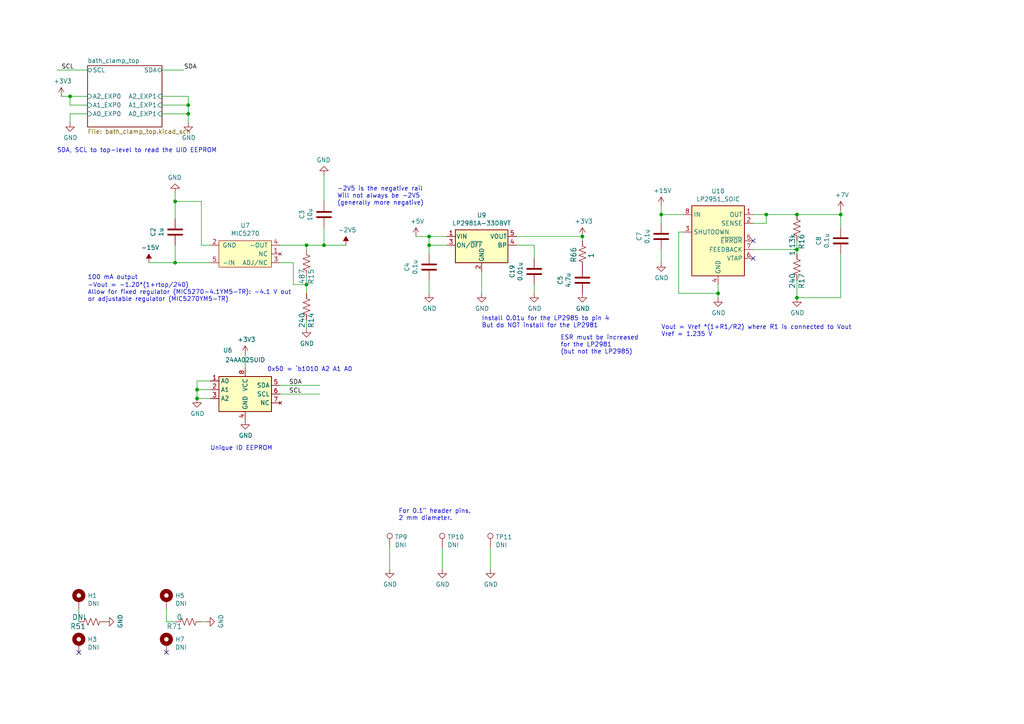
<source format=kicad_sch>
(kicad_sch (version 20211123) (generator eeschema)
  (paper "A4")
  (title_block (title "Bath/Guard Clamp") (date "2021-04-06") (rev "1") (company "UST Electrical Instrumentation"))
  (lib_symbols
    (symbol "Connector:TestPoint" (pin_numbers hide) (pin_names (offset 0.762) hide)
      (property "Reference" "TP" (at 0 6.858 0))
      (property "Value" "TestPoint" (at 0 5.08 0))
      (symbol "TestPoint_0_1"
        (circle (center 0 3.302) (radius 0.762))
      )
      (symbol "TestPoint_1_1"
        (pin passive line (at 0 0 90) (length 2.54) (name "1") (number "1"))
      )
    )
    (symbol "Device:C" (pin_numbers hide) (pin_names (offset 0.254))
      (property "Reference" "C" (at 0.635 2.54 0))
      (property "Value" "C" (at 0.635 -2.54 0))
      (symbol "C_0_1"
        (polyline (pts (xy -2.032 -0.762) (xy 2.032 -0.762)) (stroke (width 0.508)))
        (polyline (pts (xy -2.032 0.762) (xy 2.032 0.762)) (stroke (width 0.508)))
      )
      (symbol "C_1_1"
        (pin passive line (at 0 3.81 270) (length 2.794) (name "~") (number "1"))
        (pin passive line (at 0 -3.81 90) (length 2.794) (name "~") (number "2"))
      )
    )
    (symbol "Device:R_US" (pin_numbers hide) (pin_names (offset 0))
      (property "Reference" "R" (at 2.54 0 90))
      (property "Value" "R_US" (at -2.54 0 90))
      (symbol "R_US_0_1"
        (polyline (pts (xy 0 -2.286) (xy 0 -2.54)))
        (polyline (pts (xy 0 2.286) (xy 0 2.54)))
        (polyline (pts (xy 0 -0.762) (xy 1.016 -1.143) (xy 0 -1.524) (xy -1.016 -1.905) (xy 0 -2.286)))
        (polyline (pts (xy 0 0.762) (xy 1.016 0.381) (xy 0 0) (xy -1.016 -0.381) (xy 0 -0.762)))
        (polyline (pts (xy 0 2.286) (xy 1.016 1.905) (xy 0 1.524) (xy -1.016 1.143) (xy 0 0.762)))
      )
      (symbol "R_US_1_1"
        (pin passive line (at 0 3.81 270) (length 1.27) (name "~") (number "1"))
        (pin passive line (at 0 -3.81 90) (length 1.27) (name "~") (number "2"))
      )
    )
    (symbol "Mechanical:MountingHole_Pad" (pin_numbers hide) (pin_names (offset 1.016) hide)
      (property "Reference" "H" (at 0 6.35 0))
      (property "Value" "MountingHole_Pad" (at 0 4.445 0))
      (symbol "MountingHole_Pad_0_1"
        (circle (center 0 1.27) (radius 1.27) (stroke (width 1.27)))
      )
      (symbol "MountingHole_Pad_1_1"
        (pin input line (at 0 -2.54 90) (length 2.54) (name "1") (number "1"))
      )
    )
    (symbol "Regulator_Linear:LP2951-3.3_SOIC"
      (property "Reference" "U" (at -6.35 11.43 0))
      (property "Value" "LP2951-3.3_SOIC" (at 10.16 11.43 0))
      (symbol "LP2951-3.3_SOIC_0_1"
        (rectangle (start -7.62 10.16) (end 7.62 -10.16) (stroke (width 0.254)) (fill (type background)))
      )
      (symbol "LP2951-3.3_SOIC_1_1"
        (pin power_out line (at 10.16 7.62 180) (length 2.54) (name "OUT") (number "1"))
        (pin passive line (at 10.16 5.08 180) (length 2.54) (name "SENSE") (number "2"))
        (pin input line (at -10.16 2.54 0) (length 2.54) (name "SHUTDOWN") (number "3"))
        (pin power_in line (at 0 -12.7 90) (length 2.54) (name "GND") (number "4"))
        (pin open_collector line (at 10.16 0 180) (length 2.54) (name "~{ERROR}") (number "5"))
        (pin input line (at 10.16 -5.08 180) (length 2.54) (name "VTAP") (number "6"))
        (pin input line (at 10.16 -2.54 180) (length 2.54) (name "FEEDBACK") (number "7"))
        (pin power_in line (at -10.16 7.62 0) (length 2.54) (name "IN") (number "8"))
      )
    )
    (symbol "Regulator_Linear:LP2985-3.3" (pin_names (offset 0.254))
      (property "Reference" "U" (at -6.35 5.715 0))
      (property "Value" "LP2985-3.3" (at 0 5.715 0))
      (symbol "LP2985-3.3_0_1"
        (rectangle (start -7.62 -5.08) (end 7.62 4.445) (stroke (width 0.254)) (fill (type background)))
      )
      (symbol "LP2985-3.3_1_1"
        (pin power_in line (at -10.16 2.54 0) (length 2.54) (name "VIN") (number "1"))
        (pin power_in line (at 0 -7.62 90) (length 2.54) (name "GND") (number "2"))
        (pin input line (at -10.16 0 0) (length 2.54) (name "ON/~{OFF}") (number "3"))
        (pin input line (at 10.16 0 180) (length 2.54) (name "BP") (number "4"))
        (pin power_out line (at 10.16 2.54 180) (length 2.54) (name "VOUT") (number "5"))
      )
    )
    (symbol "agg-kicad:MIC5270" (pin_names (offset 1.016))
      (property "Reference" "IC" (at -7.62 5.08 0))
      (property "Value" "MIC5270" (at -7.62 -5.08 0))
      (symbol "MIC5270_0_0"
        (pin no_connect line (at 10.16 0 180) (length 2.54) (name "NC") (number "1"))
        (pin power_in line (at -10.16 2.54 0) (length 2.54) (name "GND") (number "2"))
        (pin bidirectional line (at 10.16 -2.54 180) (length 2.54) (name "ADJ/NC") (number "3"))
        (pin power_out line (at 10.16 2.54 180) (length 2.54) (name "-OUT") (number "4"))
        (pin power_in line (at -10.16 -2.54 0) (length 2.54) (name "-IN") (number "5"))
      )
      (symbol "MIC5270_0_1"
        (rectangle (start -7.62 3.81) (end 7.62 -3.81) (fill (type background)))
      )
    )
    (symbol "covg-kicad:+7V" (power) (pin_names (offset 0))
      (property "Value" "+7V" (at 0 3.556 0))
      (symbol "+7V_0_1"
        (polyline (pts (xy -0.762 1.27) (xy 0 2.54)))
        (polyline (pts (xy 0 0) (xy 0 2.54)))
        (polyline (pts (xy 0 2.54) (xy 0.762 1.27)))
      )
      (symbol "+7V_1_1"
        (pin power_in line (at 0 0 90) (length 0) hide (name "+7V") (number "1"))
      )
    )
    (symbol "covg-kicad:24AA025UID"
      (property "Reference" "U" (at -7.62 6.35 0))
      (property "Value" "24AA025UID" (at 2.54 -6.35 0))
      (symbol "24AA025UID_1_1"
        (rectangle (start -7.62 5.08) (end 7.62 -5.08) (stroke (width 0.254)) (fill (type background)))
        (pin input line (at -10.16 3.81 0) (length 2.54) (name "A0") (number "1"))
        (pin input line (at -10.16 1.27 0) (length 2.54) (name "A1") (number "2"))
        (pin input line (at -10.16 -1.27 0) (length 2.54) (name "A2") (number "3"))
        (pin power_in line (at 0 -7.62 90) (length 2.54) (name "GND") (number "4"))
        (pin bidirectional line (at 10.16 2.54 180) (length 2.54) (name "SDA") (number "5"))
        (pin input line (at 10.16 0 180) (length 2.54) (name "SCL") (number "6"))
        (pin no_connect line (at 10.16 -2.54 180) (length 2.54) (name "NC") (number "7"))
        (pin power_in line (at 0 7.62 270) (length 2.54) (name "VCC") (number "8"))
      )
    )
    (symbol "power:+15V" (power) (pin_names (offset 0))
      (property "Value" "+15V" (at 0 3.556 0))
      (symbol "+15V_0_1"
        (polyline (pts (xy -0.762 1.27) (xy 0 2.54)))
        (polyline (pts (xy 0 0) (xy 0 2.54)))
        (polyline (pts (xy 0 2.54) (xy 0.762 1.27)))
      )
      (symbol "+15V_1_1"
        (pin power_in line (at 0 0 90) (length 0) hide (name "+15V") (number "1"))
      )
    )
    (symbol "power:+3.3V" (power) (pin_names (offset 0))
      (property "Value" "+3.3V" (at 0 3.556 0))
      (symbol "+3.3V_0_1"
        (polyline (pts (xy -0.762 1.27) (xy 0 2.54)))
        (polyline (pts (xy 0 0) (xy 0 2.54)))
        (polyline (pts (xy 0 2.54) (xy 0.762 1.27)))
      )
      (symbol "+3.3V_1_1"
        (pin power_in line (at 0 0 90) (length 0) hide (name "+3V3") (number "1"))
      )
    )
    (symbol "power:+5V" (power) (pin_names (offset 0))
      (property "Value" "+5V" (at 0 3.556 0))
      (symbol "+5V_0_1"
        (polyline (pts (xy -0.762 1.27) (xy 0 2.54)))
        (polyline (pts (xy 0 0) (xy 0 2.54)))
        (polyline (pts (xy 0 2.54) (xy 0.762 1.27)))
      )
      (symbol "+5V_1_1"
        (pin power_in line (at 0 0 90) (length 0) hide (name "+5V") (number "1"))
      )
    )
    (symbol "power:-15V" (power) (pin_names (offset 0))
      (property "Value" "-15V" (at 0 3.81 0))
      (symbol "-15V_0_0"
        (pin power_in line (at 0 0 90) (length 0) hide (name "-15V") (number "1"))
      )
      (symbol "-15V_0_1"
        (polyline (pts (xy 0 0) (xy 0 1.27) (xy 0.762 1.27) (xy 0 2.54) (xy -0.762 1.27) (xy 0 1.27)) (fill (type outline)))
      )
    )
    (symbol "power:-2V5" (power) (pin_names (offset 0))
      (property "Value" "-2V5" (at 0 3.81 0))
      (symbol "-2V5_0_0"
        (pin power_in line (at 0 0 90) (length 0) hide (name "-2V5") (number "1"))
      )
      (symbol "-2V5_0_1"
        (polyline (pts (xy 0 0) (xy 0 1.27) (xy 0.762 1.27) (xy 0 2.54) (xy -0.762 1.27) (xy 0 1.27)) (fill (type outline)))
      )
    )
    (symbol "power:GND" (power) (pin_names (offset 0))
      (property "Value" "GND" (at 0 -3.81 0))
      (symbol "GND_0_1"
        (polyline (pts (xy 0 0) (xy 0 -1.27) (xy 1.27 -1.27) (xy 0 -2.54) (xy -1.27 -1.27) (xy 0 -1.27)))
      )
      (symbol "GND_1_1"
        (pin power_in line (at 0 0 270) (length 0) hide (name "GND") (number "1"))
      )
    )
  )
  (junction (at 231.14 62.23))
  (junction (at 168.91 68.58))
  (junction (at 191.77 62.23))
  (junction (at 20.32 27.94))
  (junction (at 88.9 82.55))
  (junction (at 57.15 115.57))
  (junction (at 54.61 33.02))
  (junction (at 124.46 68.58))
  (junction (at 50.8 76.2))
  (junction (at 93.98 71.12))
  (junction (at 88.9 71.12))
  (junction (at 231.14 86.36))
  (junction (at 54.61 30.48))
  (junction (at 124.46 71.12))
  (junction (at 208.28 85.09))
  (junction (at 243.84 62.23))
  (junction (at 57.15 113.03))
  (junction (at 222.25 62.23))
  (junction (at 231.14 72.39))
  (junction (at 50.8 58.42))
  (no_connect (at 218.44 69.85))
  (no_connect (at 48.26 189.23))
  (no_connect (at 218.44 74.93))
  (no_connect (at 22.86 189.23))
  (wire (pts (xy 54.61 33.02) (xy 54.61 35.56)))
  (wire (pts (xy 139.7 85.09) (xy 139.7 78.74)))
  (wire (pts (xy 81.28 114.3) (xy 92.71 114.3)))
  (wire (pts (xy 222.25 62.23) (xy 231.14 62.23)))
  (wire (pts (xy 54.61 27.94) (xy 54.61 30.48)))
  (wire (pts (xy 48.26 180.34) (xy 48.26 176.53)))
  (wire (pts (xy 50.8 55.88) (xy 50.8 58.42)))
  (wire (pts (xy 54.61 30.48) (xy 54.61 33.02)))
  (wire (pts (xy 218.44 62.23) (xy 222.25 62.23)))
  (wire (pts (xy 20.32 30.48) (xy 25.4 30.48)))
  (wire (pts (xy 154.94 71.12) (xy 154.94 74.93)))
  (wire (pts (xy 57.15 115.57) (xy 60.96 115.57)))
  (wire (pts (xy 93.98 66.04) (xy 93.98 71.12)))
  (wire (pts (xy 129.54 71.12) (xy 124.46 71.12)))
  (wire (pts (xy 124.46 73.66) (xy 124.46 71.12)))
  (wire (pts (xy 60.96 110.49) (xy 57.15 110.49)))
  (wire (pts (xy 243.84 62.23) (xy 243.84 60.96)))
  (wire (pts (xy 46.99 33.02) (xy 54.61 33.02)))
  (wire (pts (xy 22.86 176.53) (xy 22.86 180.34)))
  (wire (pts (xy 93.98 71.12) (xy 88.9 71.12)))
  (wire (pts (xy 142.24 158.75) (xy 142.24 165.1)))
  (wire (pts (xy 60.96 113.03) (xy 57.15 113.03)))
  (wire (pts (xy 81.28 111.76) (xy 92.71 111.76)))
  (wire (pts (xy 218.44 72.39) (xy 231.14 72.39)))
  (wire (pts (xy 191.77 76.2) (xy 191.77 72.39)))
  (wire (pts (xy 231.14 86.36) (xy 231.14 81.28)))
  (wire (pts (xy 50.8 180.34) (xy 48.26 180.34)))
  (wire (pts (xy 218.44 64.77) (xy 222.25 64.77)))
  (wire (pts (xy 191.77 64.77) (xy 191.77 62.23)))
  (wire (pts (xy 71.12 102.87) (xy 71.12 106.68)))
  (wire (pts (xy 124.46 68.58) (xy 120.65 68.58)))
  (wire (pts (xy 58.42 58.42) (xy 58.42 71.12)))
  (wire (pts (xy 208.28 85.09) (xy 208.28 82.55)))
  (wire (pts (xy 57.15 110.49) (xy 57.15 113.03)))
  (wire (pts (xy 243.84 66.04) (xy 243.84 62.23)))
  (wire (pts (xy 46.99 27.94) (xy 54.61 27.94)))
  (wire (pts (xy 196.85 67.31) (xy 198.12 67.31)))
  (wire (pts (xy 93.98 71.12) (xy 100.33 71.12)))
  (wire (pts (xy 17.78 27.94) (xy 20.32 27.94)))
  (wire (pts (xy 50.8 76.2) (xy 60.96 76.2)))
  (wire (pts (xy 243.84 86.36) (xy 231.14 86.36)))
  (wire (pts (xy 88.9 82.55) (xy 88.9 80.01)))
  (wire (pts (xy 124.46 81.28) (xy 124.46 85.09)))
  (wire (pts (xy 208.28 86.36) (xy 208.28 85.09)))
  (wire (pts (xy 85.09 76.2) (xy 85.09 82.55)))
  (wire (pts (xy 50.8 76.2) (xy 43.18 76.2)))
  (wire (pts (xy 196.85 85.09) (xy 196.85 67.31)))
  (wire (pts (xy 231.14 62.23) (xy 243.84 62.23)))
  (wire (pts (xy 243.84 73.66) (xy 243.84 86.36)))
  (wire (pts (xy 191.77 62.23) (xy 191.77 59.69)))
  (wire (pts (xy 59.69 180.34) (xy 58.42 180.34)))
  (wire (pts (xy 25.4 27.94) (xy 20.32 27.94)))
  (wire (pts (xy 20.32 27.94) (xy 20.32 30.48)))
  (wire (pts (xy 231.14 72.39) (xy 231.14 73.66)))
  (wire (pts (xy 88.9 85.09) (xy 88.9 82.55)))
  (wire (pts (xy 113.03 158.75) (xy 113.03 165.1)))
  (wire (pts (xy 128.27 158.75) (xy 128.27 165.1)))
  (wire (pts (xy 25.4 33.02) (xy 20.32 33.02)))
  (wire (pts (xy 208.28 85.09) (xy 196.85 85.09)))
  (wire (pts (xy 81.28 76.2) (xy 85.09 76.2)))
  (wire (pts (xy 93.98 50.8) (xy 93.98 58.42)))
  (wire (pts (xy 168.91 68.58) (xy 168.91 69.85)))
  (wire (pts (xy 88.9 95.25) (xy 88.9 92.71)))
  (wire (pts (xy 46.99 20.32) (xy 53.34 20.32)))
  (wire (pts (xy 88.9 72.39) (xy 88.9 71.12)))
  (wire (pts (xy 231.14 69.85) (xy 231.14 72.39)))
  (wire (pts (xy 124.46 71.12) (xy 124.46 68.58)))
  (wire (pts (xy 154.94 82.55) (xy 154.94 85.09)))
  (wire (pts (xy 50.8 76.2) (xy 50.8 71.12)))
  (wire (pts (xy 25.4 20.32) (xy 16.51 20.32)))
  (wire (pts (xy 129.54 68.58) (xy 124.46 68.58)))
  (wire (pts (xy 50.8 58.42) (xy 58.42 58.42)))
  (wire (pts (xy 81.28 71.12) (xy 88.9 71.12)))
  (wire (pts (xy 20.32 33.02) (xy 20.32 35.56)))
  (wire (pts (xy 149.86 68.58) (xy 168.91 68.58)))
  (wire (pts (xy 57.15 113.03) (xy 57.15 115.57)))
  (wire (pts (xy 198.12 62.23) (xy 191.77 62.23)))
  (wire (pts (xy 50.8 58.42) (xy 50.8 63.5)))
  (wire (pts (xy 149.86 71.12) (xy 154.94 71.12)))
  (wire (pts (xy 58.42 71.12) (xy 60.96 71.12)))
  (wire (pts (xy 222.25 64.77) (xy 222.25 62.23)))
  (wire (pts (xy 85.09 82.55) (xy 88.9 82.55)))
  (wire (pts (xy 46.99 30.48) (xy 54.61 30.48)))
  (text "For 0.1” header pins. \n2 mm diameter." (at 115.57 151.13 0) (effects (font (size 1.27 1.27)) (justify left bottom)))
  (text "Install 0.01u for the LP2985 to pin 4\nBut do NOT install for the LP2981" (at 139.7 95.25 0) (effects (font (size 1.27 1.27)) (justify left bottom)))
  (text "Unique ID EEPROM" (at 60.96 130.81 0) (effects (font (size 1.27 1.27)) (justify left bottom)))
  (text "SDA, SCL to top-level to read the UID EEPROM" (at 16.51 44.45 0) (effects (font (size 1.27 1.27)) (justify left bottom)))
  (text "100 mA output" (at 25.4 81.28 0) (effects (font (size 1.27 1.27)) (justify left bottom)))
  (text "0x50 = ‘b1010 A2 A1 A0" (at 77.47 107.95 0) (effects (font (size 1.27 1.27)) (justify left bottom)))
  (text "-2V5 is the negative rail\nWill not always be -2V5\n(generally more negative)" (at 97.79 59.69 0) (effects (font (size 1.27 1.27)) (justify left bottom)))
  (text "Vout = Vref *(1+R1/R2)  where R1 is connected to Vout\nVref = 1.235 V" (at 191.77 97.79 0) (effects (font (size 1.27 1.27)) (justify left bottom)))
  (text "ESR must be increased \nfor the LP2981\n(but not the LP2985)" (at 162.56 102.87 0) (effects (font (size 1.27 1.27)) (justify left bottom)))
  (text "-Vout = -1.20*(1+rtop/240)\nAllow for fixed regulator (MIC5270-4.1YM5-TR): -4.1 V out \nor adjustable regulator (MIC5270YM5-TR)" (at 25.4 87.63 0) (effects (font (size 1.27 1.27)) (justify left bottom)))
  (label "SDA" (at 83.82 111.76 0))
  (label "SCL" (at 83.82 114.3 0))
  (label "SCL" (at 17.78 20.32 0))
  (label "SDA" (at 53.34 20.32 0))
  (symbol (lib_id "power:GND") (at 54.61 35.56 0) (unit 1)
    (property "Reference" "#PWR0130" (effects hide))
    (property "Value" "GND" (at 54.737 39.9542 0))
  )
  (symbol (lib_id "power:GND") (at 20.32 35.56 0) (unit 1)
    (property "Reference" "#PWR0182" (effects hide))
    (property "Value" "GND" (at 20.447 39.9542 0))
  )
  (symbol (lib_id "power:+3.3V") (at 17.78 27.94 0) (unit 1)
    (property "Reference" "#PWR0183" (effects hide))
    (property "Value" "+3.3V" (at 18.161 23.5458 0))
  )
  (symbol (lib_id "power:-15V") (at 43.18 76.2 0) (unit 1)
    (property "Reference" "#PWR02" (effects hide))
    (property "Value" "-15V" (at 43.561 71.8058 0))
  )
  (symbol (lib_id "Regulator_Linear:LP2985-3.3") (at 139.7 71.12 0) (unit 1)
    (property "Reference" "U9" (at 139.7 62.4332 0))
    (property "Value" "LP2981A-33DBVT" (at 139.7 64.7446 0))
    (property "Footprint" "Package_TO_SOT_SMD:SOT-23-5" (effects hide))
    (property "Manf#" "LP2981A-33DBVT" (effects hide))
    (property "Alternate Manf#" "LP2985-33DBVR" (effects hide))
    (property "Alternate2 Manf#" "LP2985-33DBVRG4" (effects hide))
    (property "Alternate3 Manf#" "TPS7A2433DBVR" (effects hide))
  )
  (symbol (lib_id "Device:R_US") (at 88.9 76.2 180) (unit 1)
    (property "Reference" "R15" (at 90.2462 77.9272 90) (effects (font (size 1.4986 1.4986)) (justify left)))
    (property "Value" "487" (at 87.5792 77.9272 90) (effects (font (size 1.4986 1.4986)) (justify left)))
    (property "Footprint" "Resistor_SMD:R_0603_1608Metric" (effects hide))
    (property "Manf#" "RC0603FR-07487RL" (effects hide))
    (property "Tolerance" "1%" (effects hide))
  )
  (symbol (lib_id "Device:R_US") (at 88.9 88.9 180) (unit 1)
    (property "Reference" "R14" (at 90.2462 90.6272 90) (effects (font (size 1.4986 1.4986)) (justify left)))
    (property "Value" "240" (at 87.5792 90.6272 90) (effects (font (size 1.4986 1.4986)) (justify left)))
    (property "Footprint" "Resistor_SMD:R_0603_1608Metric" (effects hide))
    (property "Manf#" "RC0603FR-07240RL" (effects hide))
    (property "Tolerance" "1%" (effects hide))
  )
  (symbol (lib_id "power:GND") (at 50.8 55.88 180) (unit 1)
    (property "Reference" "#PWR05" (effects hide))
    (property "Value" "GND" (at 50.673 51.4858 0))
  )
  (symbol (lib_id "Device:C") (at 50.8 67.31 0) (unit 1)
    (property "Reference" "C2" (at 44.3992 67.31 90))
    (property "Value" "1u" (at 46.7106 67.31 90))
    (property "Footprint" "Capacitor_SMD:C_0603_1608Metric" (effects hide))
    (property "Manf#" "06033C105KAT4A" (effects hide))
    (property "Tolerance" "10%" (effects hide))
    (property "voltage" "25V" (effects hide))
  )
  (symbol (lib_id "power:-2V5") (at 100.33 71.12 0) (unit 1)
    (property "Reference" "#PWR06" (effects hide))
    (property "Value" "-2V5" (at 100.711 66.7258 0))
  )
  (symbol (lib_id "Device:C") (at 93.98 62.23 0) (unit 1)
    (property "Reference" "C3" (at 87.5792 62.23 90))
    (property "Value" "10u" (at 89.8906 62.23 90))
    (property "Footprint" "Capacitor_SMD:C_0805_2012Metric" (effects hide))
    (property "Manf#" "CL21A106KOQNNNE" (effects hide))
    (property "Tolerance" "10%" (effects hide))
    (property "voltage" "16V" (effects hide))
  )
  (symbol (lib_id "power:GND") (at 139.7 85.09 0) (unit 1)
    (property "Reference" "#PWR09" (effects hide))
    (property "Value" "GND" (at 139.827 89.4842 0))
  )
  (symbol (lib_id "power:+5V") (at 120.65 68.58 0) (unit 1)
    (property "Reference" "#PWR07" (effects hide))
    (property "Value" "+5V" (at 121.031 64.1858 0))
  )
  (symbol (lib_id "power:+3.3V") (at 168.91 68.58 0) (unit 1)
    (property "Reference" "#PWR011" (effects hide))
    (property "Value" "+3.3V" (at 169.291 64.1858 0))
  )
  (symbol (lib_id "Device:C") (at 124.46 77.47 0) (unit 1)
    (property "Reference" "C4" (at 118.0592 77.47 90))
    (property "Value" "0.1u" (at 120.3706 77.47 90))
    (property "Footprint" "Capacitor_SMD:C_0603_1608Metric" (effects hide))
    (property "Manf#" "CL10B104KA8NNWC" (effects hide))
    (property "Tolerance" "10%" (effects hide))
    (property "voltage" "25V" (effects hide))
  )
  (symbol (lib_id "power:GND") (at 124.46 85.09 0) (unit 1)
    (property "Reference" "#PWR08" (effects hide))
    (property "Value" "GND" (at 124.587 89.4842 0))
  )
  (symbol (lib_id "Device:C") (at 168.91 81.28 0) (unit 1)
    (property "Reference" "C5" (at 162.5092 81.28 90))
    (property "Value" "4.7u" (at 164.8206 81.28 90))
    (property "Footprint" "Capacitor_SMD:C_0603_1608Metric" (effects hide))
    (property "Manf#" "CL10A475KP8NNNC" (effects hide))
    (property "Tolerance" "20%" (effects hide))
    (property "voltage" "25V" (effects hide))
  )
  (symbol (lib_id "power:GND") (at 168.91 85.09 0) (unit 1)
    (property "Reference" "#PWR010" (effects hide))
    (property "Value" "GND" (at 169.037 89.4842 0))
  )
  (symbol (lib_id "Regulator_Linear:LP2951-3.3_SOIC") (at 208.28 69.85 0) (unit 1)
    (property "Reference" "U10" (at 208.28 55.4482 0))
    (property "Value" "LP2951_SOIC" (at 208.28 57.7596 0))
    (property "Footprint" "Package_SO:SOIC-8_3.9x4.9mm_P1.27mm" (effects hide))
    (property "Datasheet" "http://www.ti.com/lit/ds/symlink/lp2951-n.pdf" (effects hide))
    (property "Manf#" "LP2951-30DR" (effects hide))
    (property "Alternate Manf#" "LP2951-03YM-TR" (effects hide))
    (property "Alternate2 Manf#" "LP2951ACDR2G" (effects hide))
  )
  (symbol (lib_id "Device:R_US") (at 231.14 66.04 180) (unit 1)
    (property "Reference" "R16" (at 232.4862 67.7672 90) (effects (font (size 1.4986 1.4986)) (justify left)))
    (property "Value" "1.13k" (at 229.8192 67.7672 90) (effects (font (size 1.4986 1.4986)) (justify left)))
    (property "Footprint" "Resistor_SMD:R_0603_1608Metric" (effects hide))
    (property "Manf#" "RC0603FR-071K13L" (effects hide))
    (property "Tolerance" "1%" (effects hide))
  )
  (symbol (lib_id "Device:R_US") (at 231.14 77.47 180) (unit 1)
    (property "Reference" "R17" (at 232.4862 79.1972 90) (effects (font (size 1.4986 1.4986)) (justify left)))
    (property "Value" "240" (at 229.8192 79.1972 90) (effects (font (size 1.4986 1.4986)) (justify left)))
    (property "Footprint" "Resistor_SMD:R_0603_1608Metric" (effects hide))
    (property "Manf#" "RC0603FR-07240RL" (effects hide))
    (property "Tolerance" "1%" (effects hide))
  )
  (symbol (lib_id "power:GND") (at 208.28 86.36 0) (unit 1)
    (property "Reference" "#PWR014" (effects hide))
    (property "Value" "GND" (at 208.407 90.7542 0))
  )
  (symbol (lib_id "power:GND") (at 231.14 86.36 0) (unit 1)
    (property "Reference" "#PWR015" (effects hide))
    (property "Value" "GND" (at 231.267 90.7542 0))
  )
  (symbol (lib_id "covg-kicad:+7V") (at 243.84 60.96 0) (unit 1)
    (property "Reference" "#PWR016" (effects hide))
    (property "Value" "+7V" (at 244.221 56.5658 0))
  )
  (symbol (lib_id "power:+15V") (at 191.77 59.69 0) (unit 1)
    (property "Reference" "#PWR012" (effects hide))
    (property "Value" "+15V" (at 192.151 55.2958 0))
  )
  (symbol (lib_id "Device:C") (at 191.77 68.58 0) (unit 1)
    (property "Reference" "C7" (at 185.3692 68.58 90))
    (property "Value" "0.1u" (at 187.6806 68.58 90))
    (property "Footprint" "Capacitor_SMD:C_0603_1608Metric" (effects hide))
    (property "Manf#" "CC0603MRX7R8BB104" (effects hide))
    (property "Tolerance" "20%" (effects hide))
    (property "voltage" "25V" (effects hide))
  )
  (symbol (lib_id "power:GND") (at 191.77 76.2 0) (unit 1)
    (property "Reference" "#PWR013" (effects hide))
    (property "Value" "GND" (at 191.897 80.5942 0))
  )
  (symbol (lib_id "Device:C") (at 243.84 69.85 0) (unit 1)
    (property "Reference" "C8" (at 237.4392 69.85 90))
    (property "Value" "0.1u" (at 239.7506 69.85 90))
    (property "Footprint" "Capacitor_SMD:C_0603_1608Metric" (effects hide))
    (property "Manf#" "CC0603MRX7R8BB104" (effects hide))
    (property "Tolerance" "20%" (effects hide))
    (property "voltage" "25V" (effects hide))
  )
  (symbol (lib_id "Mechanical:MountingHole_Pad") (at 22.86 173.99 0) (unit 1)
    (property "Reference" "H1" (at 25.4 172.7454 0) (effects (justify left)))
    (property "Value" "DNI" (at 25.4 175.0568 0) (effects (justify left)))
    (property "Footprint" "MountingHole:MountingHole_3.2mm_M3_DIN965_Pad" (effects hide))
  )
  (symbol (lib_id "Mechanical:MountingHole_Pad") (at 22.86 186.69 0) (unit 1)
    (property "Reference" "H3" (at 25.4 185.4454 0) (effects (justify left)))
    (property "Value" "DNI" (at 25.4 187.7568 0) (effects (justify left)))
    (property "Footprint" "MountingHole:MountingHole_3.2mm_M3_DIN965_Pad" (effects hide))
  )
  (symbol (lib_id "Mechanical:MountingHole_Pad") (at 48.26 186.69 0) (unit 1)
    (property "Reference" "H7" (at 50.8 185.4454 0) (effects (justify left)))
    (property "Value" "DNI" (at 50.8 187.7568 0) (effects (justify left)))
    (property "Footprint" "MountingHole:MountingHole_3.2mm_M3_DIN965_Pad" (effects hide))
  )
  (symbol (lib_id "Mechanical:MountingHole_Pad") (at 48.26 173.99 0) (unit 1)
    (property "Reference" "H5" (at 50.8 172.7454 0) (effects (justify left)))
    (property "Value" "DNI" (at 50.8 175.0568 0) (effects (justify left)))
    (property "Footprint" "MountingHole:MountingHole_3.2mm_M3_DIN965_Pad" (effects hide))
  )
  (symbol (lib_id "power:+3.3V") (at 71.12 102.87 0) (unit 1)
    (property "Reference" "#PWR03" (effects hide))
    (property "Value" "+3.3V" (at 71.501 98.4758 0))
  )
  (symbol (lib_id "power:GND") (at 71.12 121.92 0) (unit 1)
    (property "Reference" "#PWR04" (effects hide))
    (property "Value" "GND" (at 71.247 126.3142 0))
  )
  (symbol (lib_id "power:GND") (at 57.15 115.57 0) (unit 1)
    (property "Reference" "#PWR01" (effects hide))
    (property "Value" "GND" (at 57.277 119.9642 0))
  )
  (symbol (lib_id "Device:R_US") (at 54.61 180.34 90) (unit 1)
    (property "Reference" "R71" (at 52.8828 181.6862 90) (effects (font (size 1.4986 1.4986)) (justify left)))
    (property "Value" "0" (at 52.8828 179.0192 90) (effects (font (size 1.4986 1.4986)) (justify left)))
    (property "Footprint" "Resistor_SMD:R_0603_1608Metric" (effects hide))
    (property "Manf#" "RC0603FR-070RL" (effects hide))
    (property "Tolerance" "1%" (effects hide))
  )
  (symbol (lib_id "power:GND") (at 59.69 180.34 90) (unit 1)
    (property "Reference" "#PWR0107" (effects hide))
    (property "Value" "GND" (at 64.0842 180.213 0))
  )
  (symbol (lib_id "agg-kicad:MIC5270") (at 71.12 73.66 0) (unit 1)
    (property "Reference" "U7" (at 71.12 65.405 0))
    (property "Value" "MIC5270" (at 71.12 67.7164 0))
    (property "Footprint" "Package_TO_SOT_SMD:TSOT-23-5" (effects hide))
    (property "Datasheet" "http://ww1.microchip.com/downloads/en/DeviceDoc/mic5270.pdf" (effects hide))
    (property "Manf#" "MIC5270-4.1YM5-TR" (effects hide))
    (property "Alternate Manf#" "MIC5270YM5-TR" (effects hide))
    (property "Notes" "TSOT vs SOT is just the height" (effects hide))
  )
  (symbol (lib_id "power:GND") (at 93.98 50.8 180) (unit 1)
    (property "Reference" "#PWR0108" (effects hide))
    (property "Value" "GND" (at 93.853 46.4058 0))
  )
  (symbol (lib_id "power:GND") (at 88.9 95.25 0) (unit 1)
    (property "Reference" "#PWR0125" (effects hide))
    (property "Value" "GND" (at 89.027 99.6442 0))
  )
  (symbol (lib_id "Device:R_US") (at 168.91 73.66 0) (unit 1)
    (property "Reference" "R66" (at 166.37 76.2 90) (effects (font (size 1.4986 1.4986)) (justify left)))
    (property "Value" "1" (at 171.45 74.93 90) (effects (font (size 1.4986 1.4986)) (justify left)))
    (property "Footprint" "Resistor_SMD:R_0603_1608Metric" (effects hide))
    (property "Manf#" "RC0603FR-071RL" (effects hide))
    (property "Tolerance" "1%" (effects hide))
  )
  (symbol (lib_id "Device:C") (at 154.94 78.74 0) (unit 1)
    (property "Reference" "C19" (at 148.5392 78.74 90))
    (property "Value" "0.01u" (at 150.8506 78.74 90))
    (property "Footprint" "Capacitor_SMD:C_0603_1608Metric" (effects hide))
    (property "Manf#" "CC0603MRX7R8BB103" (effects hide))
    (property "Tolerance" "20%" (effects hide))
    (property "voltage" "25V" (effects hide))
  )
  (symbol (lib_id "power:GND") (at 154.94 85.09 0) (unit 1)
    (property "Reference" "#PWR0174" (effects hide))
    (property "Value" "GND" (at 155.067 89.4842 0))
  )
  (symbol (lib_id "Connector:TestPoint") (at 128.27 158.75 0) (unit 1)
    (property "Reference" "TP10" (at 129.7432 155.7528 0) (effects (justify left)))
    (property "Value" "DNI" (at 129.7432 158.0642 0) (effects (justify left)))
    (property "Footprint" "TestPoint:TestPoint_THTPad_D2.0mm_Drill1.0mm" (effects hide))
  )
  (symbol (lib_id "power:GND") (at 128.27 165.1 0) (unit 1)
    (property "Reference" "#PWR0216" (effects hide))
    (property "Value" "GND" (at 128.397 169.4942 0))
  )
  (symbol (lib_id "Connector:TestPoint") (at 142.24 158.75 0) (unit 1)
    (property "Reference" "TP11" (at 143.7132 155.7528 0) (effects (justify left)))
    (property "Value" "DNI" (at 143.7132 158.0642 0) (effects (justify left)))
    (property "Footprint" "TestPoint:TestPoint_THTPad_D2.0mm_Drill1.0mm" (effects hide))
  )
  (symbol (lib_id "power:GND") (at 142.24 165.1 0) (unit 1)
    (property "Reference" "#PWR0217" (effects hide))
    (property "Value" "GND" (at 142.367 169.4942 0))
  )
  (symbol (lib_id "Connector:TestPoint") (at 113.03 158.75 0) (unit 1)
    (property "Reference" "TP9" (at 114.5032 155.7528 0) (effects (justify left)))
    (property "Value" "DNI" (at 114.5032 158.0642 0) (effects (justify left)))
    (property "Footprint" "TestPoint:TestPoint_THTPad_D2.0mm_Drill1.0mm" (effects hide))
  )
  (symbol (lib_id "power:GND") (at 113.03 165.1 0) (unit 1)
    (property "Reference" "#PWR0218" (effects hide))
    (property "Value" "GND" (at 113.157 169.4942 0))
  )
  (symbol (lib_id "covg-kicad:24AA025UID") (at 71.12 114.3 0) (unit 1)
    (property "Reference" "U6" (at 66.04 101.6 0))
    (property "Value" "24AA025UID" (at 71.12 104.394 0))
    (property "Footprint" "Package_SO:SOIC-8_3.9x4.9mm_P1.27mm" (effects hide))
    (property "Datasheet" "https://ww1.microchip.com/downloads/en/DeviceDoc/20005202A.pdf" (effects hide))
    (property "Manf#" "24AA025UIDT-I/SN" (effects hide))
    (property "Alternate Manf#" "24AA025E64-I/SN" (effects hide))
  )
  (symbol (lib_id "Device:R_US") (at 26.67 180.34 90) (unit 1)
    (property "Reference" "R51" (at 24.9428 181.6862 90) (effects (font (size 1.4986 1.4986)) (justify left)))
    (property "Value" "DNI" (at 24.9428 179.0192 90) (effects (font (size 1.4986 1.4986)) (justify left)))
    (property "Footprint" "Resistor_SMD:R_0603_1608Metric" (effects hide))
    (property "Manf#" "RC0603FR-070RL" (effects hide))
    (property "Tolerance" "1%" (effects hide))
  )
  (symbol (lib_id "power:GND") (at 30.48 180.34 90) (unit 1)
    (property "Reference" "#PWR0136" (effects hide))
    (property "Value" "GND" (at 34.8742 180.213 0))
  )
  (sheet (at 25.4 19.05) (size 21.59 17.78)
    (property "Sheet name" "bath_clamp_top" (at 25.4 18.3384 0) (effects (justify left bottom)))
    (property "Sheet file" "bath_clamp_top.kicad_sch" (at 25.4 37.4146 0) (effects (justify left top)))
    (pin "SCL" bidirectional (at 25.4 20.32 180))
    (pin "SDA" bidirectional (at 46.99 20.32 0))
    (pin "A0_EXP1" input (at 46.99 33.02 0))
    (pin "A1_EXP1" input (at 46.99 30.48 0))
    (pin "A2_EXP1" input (at 46.99 27.94 0))
    (pin "A0_EXP0" input (at 25.4 33.02 180))
    (pin "A1_EXP0" input (at 25.4 30.48 180))
    (pin "A2_EXP0" input (at 25.4 27.94 180))
  )
)
</source>
